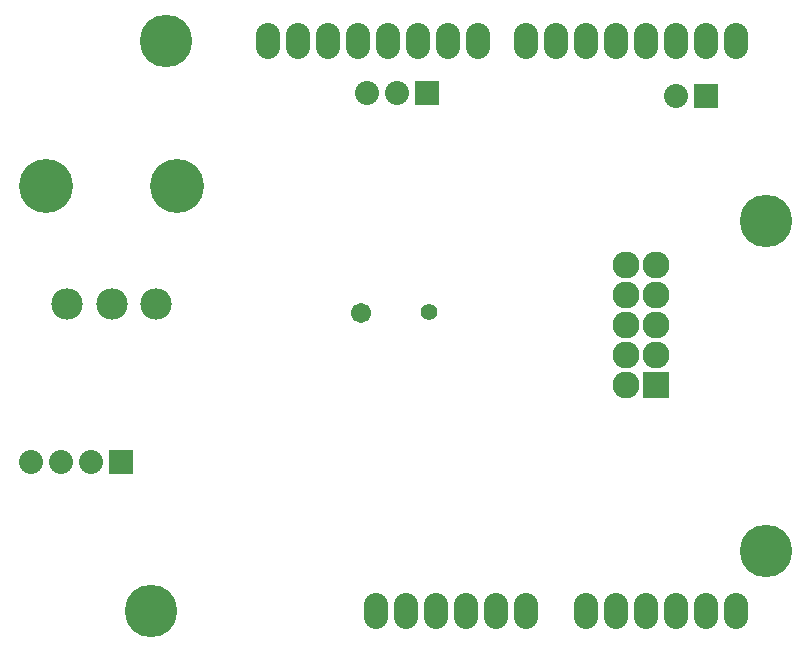
<source format=gbs>
G04 (created by PCBNEW-RS274X (2011-07-19)-testing) date Tue 10 Jan 2012 03:03:46 PM PST*
G01*
G70*
G90*
%MOIN*%
G04 Gerber Fmt 3.4, Leading zero omitted, Abs format*
%FSLAX34Y34*%
G04 APERTURE LIST*
%ADD10C,0.006000*%
%ADD11C,0.067200*%
%ADD12C,0.055400*%
%ADD13C,0.105000*%
%ADD14C,0.180000*%
%ADD15R,0.080000X0.080000*%
%ADD16C,0.080000*%
%ADD17R,0.090000X0.090000*%
%ADD18C,0.090000*%
%ADD19O,0.080000X0.120000*%
%ADD20C,0.175000*%
G04 APERTURE END LIST*
G54D10*
G54D11*
X35093Y-35475D03*
G54D12*
X37357Y-35436D03*
G54D13*
X25295Y-35200D03*
X26775Y-35200D03*
X28255Y-35200D03*
G54D14*
X24605Y-31260D03*
X28945Y-31260D03*
G54D15*
X37300Y-28150D03*
G54D16*
X36300Y-28150D03*
X35300Y-28150D03*
G54D15*
X46600Y-28250D03*
G54D16*
X45600Y-28250D03*
G54D17*
X44910Y-37880D03*
G54D18*
X43910Y-37880D03*
X44910Y-36880D03*
X43910Y-36880D03*
X44910Y-35880D03*
X43910Y-35880D03*
X44910Y-34880D03*
X43910Y-34880D03*
X44910Y-33880D03*
X43910Y-33880D03*
G54D19*
X47575Y-45425D03*
X46575Y-45425D03*
X45575Y-45425D03*
X42575Y-45425D03*
X43575Y-45425D03*
X44575Y-45425D03*
X40575Y-45425D03*
X39575Y-45425D03*
X38575Y-45425D03*
X36575Y-45425D03*
X35575Y-45425D03*
X47575Y-26425D03*
X46575Y-26425D03*
X45575Y-26425D03*
X44575Y-26425D03*
X43575Y-26425D03*
X42575Y-26425D03*
X41575Y-26425D03*
X40575Y-26425D03*
X38975Y-26425D03*
X37975Y-26425D03*
X36975Y-26425D03*
X35975Y-26425D03*
X34975Y-26425D03*
X33975Y-26425D03*
X32975Y-26425D03*
X31975Y-26425D03*
X37575Y-45425D03*
G54D20*
X48575Y-43425D03*
X48575Y-32425D03*
X28575Y-26425D03*
X28075Y-45425D03*
G54D15*
X27100Y-40450D03*
G54D16*
X26100Y-40450D03*
X25100Y-40450D03*
X24100Y-40450D03*
M02*

</source>
